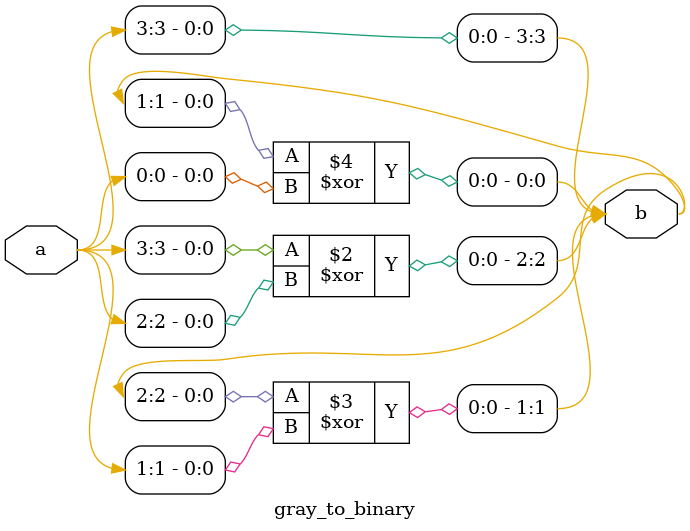
<source format=v>

module gray_to_binary(
input [3:0] a,
output reg [3:0]b);

	always @(*) begin
	
	b[3] = a[3]; 
	b[2] = b[3] ^ a[2];
	b[1] = b[2] ^ a[1];
	b[0] = b[1] ^ a[0];

	end

endmodule

</source>
